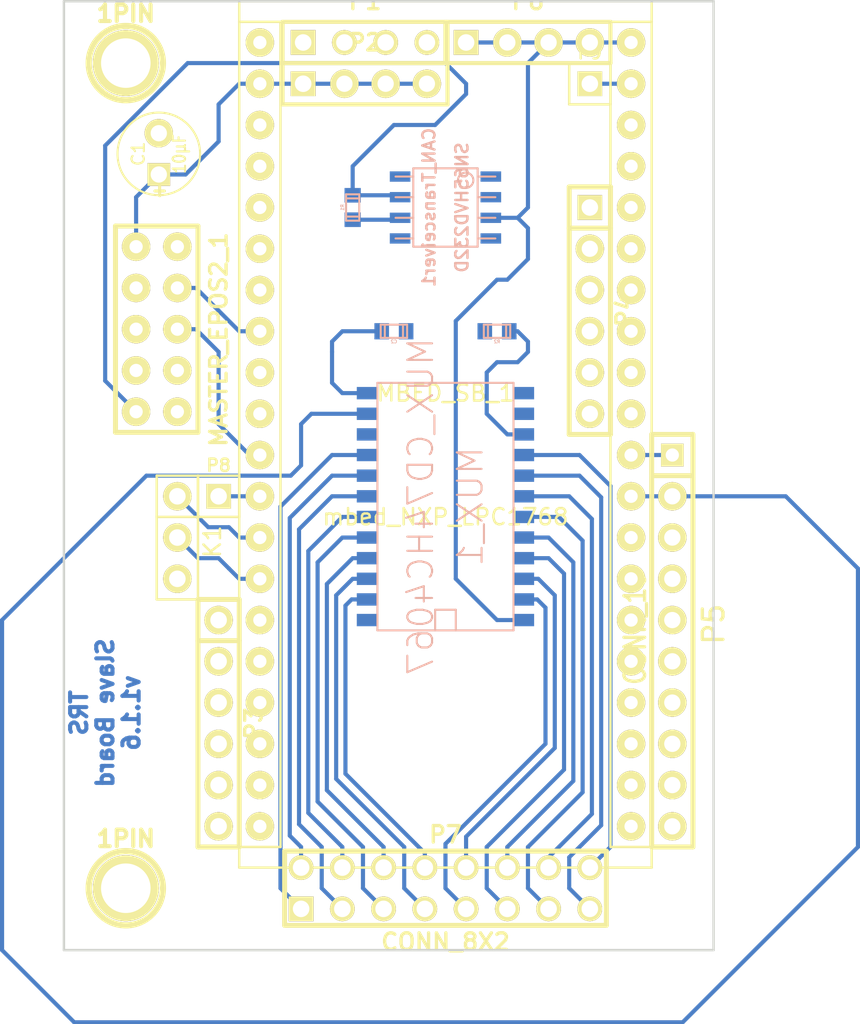
<source format=kicad_pcb>
(kicad_pcb (version 3) (host pcbnew "(2013-jul-07)-stable")

  (general
    (links 85)
    (no_connects 43)
    (area 80.518 102.6414 133.477001 166.497001)
    (thickness 1.6)
    (drawings 5)
    (tracks 179)
    (zones 0)
    (modules 20)
    (nets 56)
  )

  (page A4 portrait)
  (title_block 
    (title "Slave Board")
    (rev 1.1.6)
    (company "The Robot Studio")
  )

  (layers
    (15 F.Cu signal hide)
    (0 B.Cu signal)
    (16 B.Adhes user hide)
    (17 F.Adhes user hide)
    (18 B.Paste user hide)
    (19 F.Paste user hide)
    (20 B.SilkS user)
    (21 F.SilkS user hide)
    (22 B.Mask user hide)
    (23 F.Mask user)
    (24 Dwgs.User user hide)
    (25 Cmts.User user hide)
    (26 Eco1.User user hide)
    (27 Eco2.User user hide)
    (28 Edge.Cuts user)
  )

  (setup
    (last_trace_width 0.254)
    (trace_clearance 0.254)
    (zone_clearance 0.254)
    (zone_45_only no)
    (trace_min 0.254)
    (segment_width 0.2)
    (edge_width 0.15)
    (via_size 0.889)
    (via_drill 0.635)
    (via_min_size 0.889)
    (via_min_drill 0.508)
    (uvia_size 0.508)
    (uvia_drill 0.127)
    (uvias_allowed no)
    (uvia_min_size 0.508)
    (uvia_min_drill 0.127)
    (pcb_text_width 0.3)
    (pcb_text_size 1 1)
    (mod_edge_width 0.15)
    (mod_text_size 1 1)
    (mod_text_width 0.15)
    (pad_size 1.75 1.75)
    (pad_drill 0.8128)
    (pad_to_mask_clearance 0)
    (aux_axis_origin 0 0)
    (visible_elements FFFFFFBF)
    (pcbplotparams
      (layerselection 272629761)
      (usegerberextensions false)
      (excludeedgelayer true)
      (linewidth 0.150000)
      (plotframeref false)
      (viasonmask false)
      (mode 1)
      (useauxorigin false)
      (hpglpennumber 1)
      (hpglpenspeed 20)
      (hpglpendiameter 15)
      (hpglpenoverlay 2)
      (psnegative false)
      (psa4output false)
      (plotreference true)
      (plotvalue true)
      (plotothertext true)
      (plotinvisibletext false)
      (padsonsilk false)
      (subtractmaskfromsilk false)
      (outputformat 1)
      (mirror false)
      (drillshape 0)
      (scaleselection 1)
      (outputdirectory ""))
  )

  (net 0 "")
  (net 1 GND)
  (net 2 N-000001)
  (net 3 N-0000010)
  (net 4 N-0000011)
  (net 5 N-0000012)
  (net 6 N-0000013)
  (net 7 N-0000014)
  (net 8 N-0000015)
  (net 9 N-0000016)
  (net 10 N-0000017)
  (net 11 N-0000018)
  (net 12 N-0000019)
  (net 13 N-000002)
  (net 14 N-0000020)
  (net 15 N-0000021)
  (net 16 N-0000022)
  (net 17 N-0000023)
  (net 18 N-0000024)
  (net 19 N-0000025)
  (net 20 N-0000026)
  (net 21 N-0000027)
  (net 22 N-0000028)
  (net 23 N-0000029)
  (net 24 N-000003)
  (net 25 N-0000030)
  (net 26 N-0000032)
  (net 27 N-0000033)
  (net 28 N-0000034)
  (net 29 N-0000035)
  (net 30 N-0000036)
  (net 31 N-0000037)
  (net 32 N-0000038)
  (net 33 N-0000039)
  (net 34 N-000004)
  (net 35 N-0000040)
  (net 36 N-0000041)
  (net 37 N-0000042)
  (net 38 N-0000043)
  (net 39 N-0000044)
  (net 40 N-0000045)
  (net 41 N-0000046)
  (net 42 N-0000047)
  (net 43 N-0000048)
  (net 44 N-0000049)
  (net 45 N-000005)
  (net 46 N-0000052)
  (net 47 N-0000056)
  (net 48 N-0000057)
  (net 49 N-0000058)
  (net 50 N-0000059)
  (net 51 N-000006)
  (net 52 N-0000060)
  (net 53 N-000007)
  (net 54 N-000008)
  (net 55 N-000009)

  (net_class Default "This is the default net class."
    (clearance 0.254)
    (trace_width 0.254)
    (via_dia 0.889)
    (via_drill 0.635)
    (uvia_dia 0.508)
    (uvia_drill 0.127)
    (add_net "")
    (add_net GND)
    (add_net N-000001)
    (add_net N-0000010)
    (add_net N-0000011)
    (add_net N-0000012)
    (add_net N-0000013)
    (add_net N-0000014)
    (add_net N-0000015)
    (add_net N-0000016)
    (add_net N-0000017)
    (add_net N-0000018)
    (add_net N-0000019)
    (add_net N-000002)
    (add_net N-0000020)
    (add_net N-0000021)
    (add_net N-0000022)
    (add_net N-0000023)
    (add_net N-0000024)
    (add_net N-0000025)
    (add_net N-0000026)
    (add_net N-0000027)
    (add_net N-0000028)
    (add_net N-0000029)
    (add_net N-000003)
    (add_net N-0000030)
    (add_net N-0000032)
    (add_net N-0000033)
    (add_net N-0000034)
    (add_net N-0000035)
    (add_net N-0000036)
    (add_net N-0000037)
    (add_net N-0000038)
    (add_net N-0000039)
    (add_net N-000004)
    (add_net N-0000040)
    (add_net N-0000041)
    (add_net N-0000042)
    (add_net N-0000043)
    (add_net N-0000044)
    (add_net N-0000045)
    (add_net N-0000046)
    (add_net N-0000047)
    (add_net N-0000048)
    (add_net N-0000049)
    (add_net N-000005)
    (add_net N-0000052)
    (add_net N-0000056)
    (add_net N-0000057)
    (add_net N-0000058)
    (add_net N-0000059)
    (add_net N-000006)
    (add_net N-0000060)
    (add_net N-000007)
    (add_net N-000008)
    (add_net N-000009)
  )

  (module so-8 (layer B.Cu) (tedit 48A6C16E) (tstamp 554CC945)
    (at 107.95 116.205 270)
    (descr SO-8)
    (path /54D0E342)
    (fp_text reference CAN_Transceiver1 (at 0 1.016 270) (layer B.SilkS)
      (effects (font (size 0.7493 0.7493) (thickness 0.14986)) (justify mirror))
    )
    (fp_text value SN65HVD232D (at 0 -1.016 270) (layer B.SilkS)
      (effects (font (size 0.7493 0.7493) (thickness 0.14986)) (justify mirror))
    )
    (fp_line (start -2.413 1.9812) (end -2.413 -1.9812) (layer B.SilkS) (width 0.127))
    (fp_line (start -2.413 -1.9812) (end 2.413 -1.9812) (layer B.SilkS) (width 0.127))
    (fp_line (start 2.413 -1.9812) (end 2.413 1.9812) (layer B.SilkS) (width 0.127))
    (fp_line (start 2.413 1.9812) (end -2.413 1.9812) (layer B.SilkS) (width 0.127))
    (fp_line (start -1.905 1.9812) (end -1.905 3.0734) (layer B.SilkS) (width 0.127))
    (fp_line (start -0.635 1.9812) (end -0.635 3.0734) (layer B.SilkS) (width 0.127))
    (fp_line (start 0.635 1.9812) (end 0.635 3.0734) (layer B.SilkS) (width 0.127))
    (fp_line (start 1.905 3.0734) (end 1.905 1.9812) (layer B.SilkS) (width 0.127))
    (fp_line (start 1.905 -1.9812) (end 1.905 -3.0734) (layer B.SilkS) (width 0.127))
    (fp_line (start 0.635 -3.0734) (end 0.635 -1.9812) (layer B.SilkS) (width 0.127))
    (fp_line (start -0.635 -3.0734) (end -0.635 -1.9812) (layer B.SilkS) (width 0.127))
    (fp_line (start -1.905 -3.0734) (end -1.905 -1.9812) (layer B.SilkS) (width 0.127))
    (fp_circle (center -1.6764 -1.2446) (end -1.9558 -1.6256) (layer B.SilkS) (width 0.127))
    (pad 1 smd rect (at -1.905 -2.794 270) (size 0.635 1.27)
      (layers B.Cu B.Paste B.Mask)
      (net 40 N-0000045)
    )
    (pad 2 smd rect (at -0.635 -2.794 270) (size 0.635 1.27)
      (layers B.Cu B.Paste B.Mask)
      (net 1 GND)
    )
    (pad 3 smd rect (at 0.635 -2.794 270) (size 0.635 1.27)
      (layers B.Cu B.Paste B.Mask)
      (net 49 N-0000058)
    )
    (pad 4 smd rect (at 1.905 -2.794 270) (size 0.635 1.27)
      (layers B.Cu B.Paste B.Mask)
      (net 41 N-0000046)
    )
    (pad 5 smd rect (at 1.905 2.794 270) (size 0.635 1.27)
      (layers B.Cu B.Paste B.Mask)
    )
    (pad 6 smd rect (at 0.635 2.794 270) (size 0.635 1.27)
      (layers B.Cu B.Paste B.Mask)
      (net 46 N-0000052)
    )
    (pad 7 smd rect (at -0.635 2.794 270) (size 0.635 1.27)
      (layers B.Cu B.Paste B.Mask)
      (net 48 N-0000057)
    )
    (pad 8 smd rect (at -1.905 2.794 270) (size 0.635 1.27)
      (layers B.Cu B.Paste B.Mask)
      (net 1 GND)
    )
    (model smd/smd_dil/so-8.wrl
      (at (xyz 0 0 0))
      (scale (xyz 1 1 1))
      (rotate (xyz 0 0 0))
    )
  )

  (module PIN_ARRAY_5x2 (layer F.Cu) (tedit 555EF629) (tstamp 554CC965)
    (at 90.17 123.698 270)
    (descr "Double rangee de contacts 2 x 5 pins")
    (tags CONN)
    (path /54D0EC4B)
    (fp_text reference MASTER_EPOS2_1 (at 0.635 -3.81 270) (layer F.SilkS)
      (effects (font (size 1.016 1.016) (thickness 0.2032)))
    )
    (fp_text value Headers_CONN (at 0 -3.81 270) (layer F.SilkS) hide
      (effects (font (size 1.016 1.016) (thickness 0.2032)))
    )
    (fp_line (start -6.35 -2.54) (end 6.35 -2.54) (layer F.SilkS) (width 0.3048))
    (fp_line (start 6.35 -2.54) (end 6.35 2.54) (layer F.SilkS) (width 0.3048))
    (fp_line (start 6.35 2.54) (end -6.35 2.54) (layer F.SilkS) (width 0.3048))
    (fp_line (start -6.35 2.54) (end -6.35 -2.54) (layer F.SilkS) (width 0.3048))
    (pad 1 thru_hole circle (at -5.08 1.27 270) (size 1.75 1.75) (drill 0.8128)
      (layers *.Cu *.Mask F.SilkS)
      (net 52 N-0000060)
    )
    (pad 2 thru_hole circle (at -5.08 -1.27 270) (size 1.75 1.75) (drill 0.8128)
      (layers *.Cu *.Mask F.SilkS)
      (net 1 GND)
    )
    (pad 3 thru_hole circle (at -2.54 1.27 270) (size 1.75 1.75) (drill 0.8128)
      (layers *.Cu *.Mask F.SilkS)
      (net 50 N-0000059)
    )
    (pad 4 thru_hole circle (at -2.54 -1.27 270) (size 1.75 1.75) (drill 0.8128)
      (layers *.Cu *.Mask F.SilkS)
      (net 42 N-0000047)
    )
    (pad 5 thru_hole circle (at 0 1.27 270) (size 1.75 1.75) (drill 0.8128)
      (layers *.Cu *.Mask F.SilkS)
      (net 44 N-0000049)
    )
    (pad 6 thru_hole circle (at 0 -1.27 270) (size 1.75 1.75) (drill 0.8128)
      (layers *.Cu *.Mask F.SilkS)
      (net 47 N-0000056)
    )
    (pad 7 thru_hole circle (at 2.54 1.27 270) (size 1.75 1.75) (drill 0.8128)
      (layers *.Cu *.Mask F.SilkS)
      (net 43 N-0000048)
    )
    (pad 8 thru_hole circle (at 2.54 -1.27 270) (size 1.75 1.75) (drill 0.8128)
      (layers *.Cu *.Mask F.SilkS)
      (net 1 GND)
    )
    (pad 9 thru_hole circle (at 5.08 1.27 270) (size 1.75 1.75) (drill 0.8128)
      (layers *.Cu *.Mask F.SilkS)
      (net 48 N-0000057)
    )
    (pad 10 thru_hole circle (at 5.08 -1.27 270) (size 1.75 1.75) (drill 0.8128)
      (layers *.Cu *.Mask F.SilkS)
      (net 46 N-0000052)
    )
    (model pin_array/pins_array_5x2.wrl
      (at (xyz 0 0 0))
      (scale (xyz 1 1 1))
      (rotate (xyz 0 0 0))
    )
  )

  (module r_pack9 (layer F.Cu) (tedit 555CAA07) (tstamp 55505F77)
    (at 121.92 142.875 270)
    (descr "Connecteur 10 pins")
    (tags "CONN DEV")
    (path /554CEC8C)
    (fp_text reference P5 (at -1.016 -2.54 270) (layer F.SilkS)
      (effects (font (size 1.27 1.27) (thickness 0.2032)))
    )
    (fp_text value CONN_10 (at -0.762 2.286 270) (layer F.SilkS)
      (effects (font (size 1.27 1.016) (thickness 0.2032)))
    )
    (fp_line (start -12.7 1.27) (end -12.7 -1.27) (layer F.SilkS) (width 0.3048))
    (fp_line (start -12.7 -1.27) (end 12.7 -1.27) (layer F.SilkS) (width 0.3048))
    (fp_line (start 12.7 -1.27) (end 12.7 1.27) (layer F.SilkS) (width 0.3048))
    (fp_line (start 12.7 1.27) (end -12.7 1.27) (layer F.SilkS) (width 0.3048))
    (fp_line (start -10.16 1.27) (end -10.16 -1.27) (layer F.SilkS) (width 0.3048))
    (pad 1 thru_hole rect (at -11.43 0 270) (size 1.397 1.397) (drill 0.8128)
      (layers *.Cu *.Mask F.SilkS)
      (net 22 N-0000028)
    )
    (pad 2 thru_hole circle (at -8.89 0 270) (size 1.75 1.75) (drill 1)
      (layers *.Cu *.Mask F.SilkS)
      (net 21 N-0000027)
    )
    (pad 3 thru_hole circle (at -6.35 0 270) (size 1.75 1.75) (drill 1)
      (layers *.Cu *.Mask F.SilkS)
      (net 28 N-0000034)
    )
    (pad 4 thru_hole circle (at -3.81 0 270) (size 1.75 1.75) (drill 1)
      (layers *.Cu *.Mask F.SilkS)
      (net 27 N-0000033)
    )
    (pad 5 thru_hole circle (at -1.27 0 270) (size 1.75 1.75) (drill 1)
      (layers *.Cu *.Mask F.SilkS)
      (net 17 N-0000023)
    )
    (pad 6 thru_hole circle (at 1.27 0 270) (size 1.75 1.75) (drill 1)
      (layers *.Cu *.Mask F.SilkS)
      (net 16 N-0000022)
    )
    (pad 7 thru_hole circle (at 3.81 0 270) (size 1.75 1.75) (drill 1)
      (layers *.Cu *.Mask F.SilkS)
      (net 5 N-0000012)
    )
    (pad 8 thru_hole circle (at 6.35 0 270) (size 1.75 1.75) (drill 1)
      (layers *.Cu *.Mask F.SilkS)
      (net 15 N-0000021)
    )
    (pad 9 thru_hole circle (at 8.89 0 270) (size 1.75 1.75) (drill 1)
      (layers *.Cu *.Mask F.SilkS)
      (net 14 N-0000020)
    )
    (pad 10 thru_hole circle (at 11.43 0 270) (size 1.75 1.75) (drill 1)
      (layers *.Cu *.Mask F.SilkS)
      (net 12 N-0000019)
    )
    (model discret/r_pack9.wrl
      (at (xyz 0 0 0))
      (scale (xyz 1 1 1))
      (rotate (xyz 0 0 0))
    )
  )

  (module PIN_ARRAY_4x1 (layer F.Cu) (tedit 555D8FC8) (tstamp 55505F96)
    (at 113.03 106.045)
    (descr "Double rangee de contacts 2 x 5 pins")
    (tags CONN)
    (path /554CF3DF)
    (fp_text reference P6 (at 0 -2.54) (layer F.SilkS)
      (effects (font (size 1.016 1.016) (thickness 0.2032)))
    )
    (fp_text value CONN_4 (at 0 2.54) (layer F.SilkS) hide
      (effects (font (size 1.016 1.016) (thickness 0.2032)))
    )
    (fp_line (start 5.08 1.27) (end -5.08 1.27) (layer F.SilkS) (width 0.254))
    (fp_line (start 5.08 -1.27) (end -5.08 -1.27) (layer F.SilkS) (width 0.254))
    (fp_line (start -5.08 -1.27) (end -5.08 1.27) (layer F.SilkS) (width 0.254))
    (fp_line (start 5.08 1.27) (end 5.08 -1.27) (layer F.SilkS) (width 0.254))
    (pad 1 thru_hole rect (at -3.81 0) (size 1.524 1.524) (drill 1.016)
      (layers *.Cu *.Mask F.SilkS)
      (net 49 N-0000058)
    )
    (pad 2 thru_hole circle (at -1.27 0) (size 1.75 1.75) (drill 1)
      (layers *.Cu *.Mask F.SilkS)
      (net 49 N-0000058)
    )
    (pad 3 thru_hole circle (at 1.27 0) (size 1.75 1.75) (drill 1)
      (layers *.Cu *.Mask F.SilkS)
      (net 49 N-0000058)
    )
    (pad 4 thru_hole circle (at 3.81 0) (size 1.75 1.75) (drill 1)
      (layers *.Cu *.Mask F.SilkS)
      (net 49 N-0000058)
    )
    (model pin_array\pins_array_4x1.wrl
      (at (xyz 0 0 0))
      (scale (xyz 1 1 1))
      (rotate (xyz 0 0 0))
    )
  )

  (module PIN_ARRAY_4x1 (layer F.Cu) (tedit 555D8FAB) (tstamp 55505FA2)
    (at 102.997 108.585)
    (descr "Double rangee de contacts 2 x 5 pins")
    (tags CONN)
    (path /554CFAF6)
    (fp_text reference P2 (at 0 -2.54) (layer F.SilkS)
      (effects (font (size 1.016 1.016) (thickness 0.2032)))
    )
    (fp_text value CONN_4 (at 0 2.54) (layer F.SilkS) hide
      (effects (font (size 1.016 1.016) (thickness 0.2032)))
    )
    (fp_line (start 5.08 1.27) (end -5.08 1.27) (layer F.SilkS) (width 0.254))
    (fp_line (start 5.08 -1.27) (end -5.08 -1.27) (layer F.SilkS) (width 0.254))
    (fp_line (start -5.08 -1.27) (end -5.08 1.27) (layer F.SilkS) (width 0.254))
    (fp_line (start 5.08 1.27) (end 5.08 -1.27) (layer F.SilkS) (width 0.254))
    (pad 1 thru_hole rect (at -3.81 0) (size 1.524 1.524) (drill 1.016)
      (layers *.Cu *.Mask F.SilkS)
      (net 52 N-0000060)
    )
    (pad 2 thru_hole circle (at -1.27 0) (size 1.75 1.75) (drill 1)
      (layers *.Cu *.Mask F.SilkS)
      (net 52 N-0000060)
    )
    (pad 3 thru_hole circle (at 1.27 0) (size 1.75 1.75) (drill 1)
      (layers *.Cu *.Mask F.SilkS)
      (net 52 N-0000060)
    )
    (pad 4 thru_hole circle (at 3.81 0) (size 1.75 1.75) (drill 1)
      (layers *.Cu *.Mask F.SilkS)
      (net 52 N-0000060)
    )
    (model pin_array\pins_array_4x1.wrl
      (at (xyz 0 0 0))
      (scale (xyz 1 1 1))
      (rotate (xyz 0 0 0))
    )
  )

  (module PIN_ARRAY-6X1 (layer F.Cu) (tedit 555EF5CB) (tstamp 55505FB1)
    (at 93.98 147.955 270)
    (descr "Connecteur 6 pins")
    (tags "CONN DEV")
    (path /554CEC7D)
    (fp_text reference P3 (at 0 -2.159 270) (layer F.SilkS)
      (effects (font (size 1.016 1.016) (thickness 0.2032)))
    )
    (fp_text value CONN_6 (at 0 2.159 270) (layer F.SilkS) hide
      (effects (font (size 1.016 0.889) (thickness 0.2032)))
    )
    (fp_line (start -7.62 1.27) (end -7.62 -1.27) (layer F.SilkS) (width 0.3048))
    (fp_line (start -7.62 -1.27) (end 7.62 -1.27) (layer F.SilkS) (width 0.3048))
    (fp_line (start 7.62 -1.27) (end 7.62 1.27) (layer F.SilkS) (width 0.3048))
    (fp_line (start 7.62 1.27) (end -7.62 1.27) (layer F.SilkS) (width 0.3048))
    (fp_line (start -5.08 1.27) (end -5.08 -1.27) (layer F.SilkS) (width 0.3048))
    (pad 1 thru_hole circle (at -6.35 0 270) (size 1.75 1.75) (drill 1.016)
      (layers *.Cu *.Mask F.SilkS)
      (net 38 N-0000043)
    )
    (pad 2 thru_hole circle (at -3.81 0 270) (size 1.75 1.75) (drill 1.016)
      (layers *.Cu *.Mask F.SilkS)
      (net 35 N-0000040)
    )
    (pad 3 thru_hole circle (at -1.27 0 270) (size 1.75 1.75) (drill 1.016)
      (layers *.Cu *.Mask F.SilkS)
      (net 33 N-0000039)
    )
    (pad 4 thru_hole circle (at 1.27 0 270) (size 1.75 1.75) (drill 1.016)
      (layers *.Cu *.Mask F.SilkS)
      (net 32 N-0000038)
    )
    (pad 5 thru_hole circle (at 3.81 0 270) (size 1.75 1.75) (drill 1.016)
      (layers *.Cu *.Mask F.SilkS)
      (net 31 N-0000037)
    )
    (pad 6 thru_hole circle (at 6.35 0 270) (size 1.75 1.75) (drill 1.016)
      (layers *.Cu *.Mask F.SilkS)
      (net 30 N-0000036)
    )
    (model pin_array/pins_array_6x1.wrl
      (at (xyz 0 0 0))
      (scale (xyz 1 1 1))
      (rotate (xyz 0 0 0))
    )
  )

  (module PIN_ARRAY-6X1 (layer F.Cu) (tedit 555CA9CB) (tstamp 55505FC0)
    (at 116.84 122.555 270)
    (descr "Connecteur 6 pins")
    (tags "CONN DEV")
    (path /554CF15D)
    (fp_text reference P4 (at 0 -2.159 270) (layer F.SilkS)
      (effects (font (size 1.016 1.016) (thickness 0.2032)))
    )
    (fp_text value CONN_6 (at 0 2.159 270) (layer F.SilkS) hide
      (effects (font (size 1.016 0.889) (thickness 0.2032)))
    )
    (fp_line (start -7.62 1.27) (end -7.62 -1.27) (layer F.SilkS) (width 0.3048))
    (fp_line (start -7.62 -1.27) (end 7.62 -1.27) (layer F.SilkS) (width 0.3048))
    (fp_line (start 7.62 -1.27) (end 7.62 1.27) (layer F.SilkS) (width 0.3048))
    (fp_line (start 7.62 1.27) (end -7.62 1.27) (layer F.SilkS) (width 0.3048))
    (fp_line (start -5.08 1.27) (end -5.08 -1.27) (layer F.SilkS) (width 0.3048))
    (pad 1 thru_hole rect (at -6.35 0 270) (size 1.524 1.524) (drill 1.016)
      (layers *.Cu *.Mask F.SilkS)
      (net 6 N-0000013)
    )
    (pad 2 thru_hole circle (at -3.81 0 270) (size 1.75 1.75) (drill 1)
      (layers *.Cu *.Mask F.SilkS)
      (net 7 N-0000014)
    )
    (pad 3 thru_hole circle (at -1.27 0 270) (size 1.75 1.75) (drill 1)
      (layers *.Cu *.Mask F.SilkS)
      (net 8 N-0000015)
    )
    (pad 4 thru_hole circle (at 1.27 0 270) (size 1.75 1.75) (drill 1)
      (layers *.Cu *.Mask F.SilkS)
      (net 9 N-0000016)
    )
    (pad 5 thru_hole circle (at 3.81 0 270) (size 1.75 1.75) (drill 1)
      (layers *.Cu *.Mask F.SilkS)
      (net 10 N-0000017)
    )
    (pad 6 thru_hole circle (at 6.35 0 270) (size 1.75 1.75) (drill 1)
      (layers *.Cu *.Mask F.SilkS)
      (net 11 N-0000018)
    )
    (model pin_array/pins_array_6x1.wrl
      (at (xyz 0 0 0))
      (scale (xyz 1 1 1))
      (rotate (xyz 0 0 0))
    )
  )

  (module 1pin (layer F.Cu) (tedit 200000) (tstamp 5550A333)
    (at 88.265 107.315)
    (descr "module 1 pin (ou trou mecanique de percage)")
    (tags DEV)
    (path 1pin)
    (fp_text reference 1PIN (at 0 -3.048) (layer F.SilkS)
      (effects (font (size 1.016 1.016) (thickness 0.254)))
    )
    (fp_text value P*** (at 0 2.794) (layer F.SilkS) hide
      (effects (font (size 1.016 1.016) (thickness 0.254)))
    )
    (fp_circle (center 0 0) (end 0 -2.286) (layer F.SilkS) (width 0.381))
    (pad 1 thru_hole circle (at 0 0) (size 4.064 4.064) (drill 3.048)
      (layers *.Cu *.Mask F.SilkS)
    )
  )

  (module 1pin (layer F.Cu) (tedit 200000) (tstamp 5550A340)
    (at 88.265 158.115)
    (descr "module 1 pin (ou trou mecanique de percage)")
    (tags DEV)
    (path 1pin)
    (fp_text reference 1PIN (at 0 -3.048) (layer F.SilkS)
      (effects (font (size 1.016 1.016) (thickness 0.254)))
    )
    (fp_text value P*** (at 0 2.794) (layer F.SilkS) hide
      (effects (font (size 1.016 1.016) (thickness 0.254)))
    )
    (fp_circle (center 0 0) (end 0 -2.286) (layer F.SilkS) (width 0.381))
    (pad 1 thru_hole circle (at 0 0) (size 4.064 4.064) (drill 3.048)
      (layers *.Cu *.Mask F.SilkS)
    )
  )

  (module Mbed (layer F.Cu) (tedit 555EF8B3) (tstamp 555CB33B)
    (at 106.68 131.445)
    (path /54D0E21B)
    (fp_text reference MBED_SB_1 (at 1.27 -3.81) (layer F.SilkS)
      (effects (font (size 1 1) (thickness 0.15)))
    )
    (fp_text value mbed_NXP_LPC1768 (at 1.27 3.81) (layer F.SilkS)
      (effects (font (size 1 1) (thickness 0.15)))
    )
    (fp_line (start -11.43 24.13) (end -11.43 25.4) (layer F.SilkS) (width 0.15))
    (fp_line (start -11.43 25.4) (end 13.97 25.4) (layer F.SilkS) (width 0.15))
    (fp_line (start 13.97 25.4) (end 13.97 24.13) (layer F.SilkS) (width 0.15))
    (fp_line (start -11.43 -27.94) (end -11.43 -26.67) (layer F.SilkS) (width 0.15))
    (fp_line (start -11.43 -27.94) (end 13.97 -27.94) (layer F.SilkS) (width 0.15))
    (fp_line (start 13.97 -27.94) (end 13.97 -26.67) (layer F.SilkS) (width 0.15))
    (fp_line (start 11.43 -26.67) (end 13.97 -26.67) (layer F.SilkS) (width 0.15))
    (fp_line (start 13.97 -26.67) (end 13.97 24.13) (layer F.SilkS) (width 0.15))
    (fp_line (start 13.97 24.13) (end 11.43 24.13) (layer F.SilkS) (width 0.15))
    (fp_line (start 11.43 24.13) (end 11.43 -26.67) (layer F.SilkS) (width 0.15))
    (fp_line (start -11.43 -26.67) (end -8.89 -26.67) (layer F.SilkS) (width 0.15))
    (fp_line (start -8.89 -26.67) (end -8.89 24.13) (layer F.SilkS) (width 0.15))
    (fp_line (start -8.89 24.13) (end -11.43 24.13) (layer F.SilkS) (width 0.15))
    (fp_line (start -11.43 24.13) (end -11.43 -26.67) (layer F.SilkS) (width 0.15))
    (pad 1 thru_hole circle (at -10.16 -25.4) (size 1.75 1.75) (drill 0.8128)
      (layers *.Cu *.Mask F.SilkS)
      (net 1 GND)
    )
    (pad 2 thru_hole circle (at -10.16 -22.86) (size 1.75 1.75) (drill 0.8128)
      (layers *.Cu *.Mask F.SilkS)
      (net 52 N-0000060)
    )
    (pad 3 thru_hole circle (at -10.16 -20.32) (size 1.75 1.75) (drill 0.8128)
      (layers *.Cu *.Mask F.SilkS)
    )
    (pad 4 thru_hole circle (at -10.16 -17.78) (size 1.75 1.75) (drill 0.8128)
      (layers *.Cu *.Mask F.SilkS)
    )
    (pad 5 thru_hole circle (at -10.16 -15.24) (size 1.75 1.75) (drill 0.8128)
      (layers *.Cu *.Mask F.SilkS)
      (net 50 N-0000059)
    )
    (pad 6 thru_hole circle (at -10.16 -12.7) (size 1.75 1.75) (drill 0.8128)
      (layers *.Cu *.Mask F.SilkS)
      (net 44 N-0000049)
    )
    (pad 7 thru_hole circle (at -10.16 -10.16) (size 1.75 1.75) (drill 0.8128)
      (layers *.Cu *.Mask F.SilkS)
      (net 43 N-0000048)
    )
    (pad 8 thru_hole circle (at -10.16 -7.62) (size 1.75 1.75) (drill 0.8128)
      (layers *.Cu *.Mask F.SilkS)
      (net 42 N-0000047)
    )
    (pad 9 thru_hole circle (at -10.16 -5.08) (size 1.75 1.75) (drill 0.8128)
      (layers *.Cu *.Mask F.SilkS)
      (net 41 N-0000046)
    )
    (pad 10 thru_hole circle (at -10.16 -2.54) (size 1.75 1.75) (drill 0.8128)
      (layers *.Cu *.Mask F.SilkS)
      (net 40 N-0000045)
    )
    (pad 11 thru_hole circle (at -10.16 0) (size 1.75 1.75) (drill 0.8128)
      (layers *.Cu *.Mask F.SilkS)
      (net 47 N-0000056)
    )
    (pad 12 thru_hole circle (at -10.16 2.54) (size 1.75 1.75) (drill 0.8128)
      (layers *.Cu *.Mask F.SilkS)
      (net 20 N-0000026)
    )
    (pad 13 thru_hole circle (at -10.16 5.08) (size 1.75 1.75) (drill 0.8128)
      (layers *.Cu *.Mask F.SilkS)
      (net 25 N-0000030)
    )
    (pad 14 thru_hole circle (at -10.16 7.62) (size 1.75 1.75) (drill 0.8128)
      (layers *.Cu *.Mask F.SilkS)
      (net 23 N-0000029)
    )
    (pad 15 thru_hole circle (at -10.16 10.16) (size 1.75 1.75) (drill 0.8128)
      (layers *.Cu *.Mask F.SilkS)
      (net 38 N-0000043)
    )
    (pad 16 thru_hole circle (at -10.16 12.7) (size 1.75 1.75) (drill 0.8128)
      (layers *.Cu *.Mask F.SilkS)
      (net 35 N-0000040)
    )
    (pad 17 thru_hole circle (at -10.16 15.24) (size 1.75 1.75) (drill 0.8128)
      (layers *.Cu *.Mask F.SilkS)
      (net 33 N-0000039)
    )
    (pad 18 thru_hole circle (at -10.16 17.78) (size 1.75 1.75) (drill 0.8128)
      (layers *.Cu *.Mask F.SilkS)
      (net 32 N-0000038)
    )
    (pad 19 thru_hole circle (at -10.16 20.32) (size 1.75 1.75) (drill 0.8128)
      (layers *.Cu *.Mask F.SilkS)
      (net 31 N-0000037)
    )
    (pad 20 thru_hole circle (at -10.16 22.86) (size 1.75 1.75) (drill 0.8128)
      (layers *.Cu *.Mask F.SilkS)
      (net 30 N-0000036)
    )
    (pad 21 thru_hole circle (at 12.7 22.86) (size 1.75 1.75) (drill 0.8128)
      (layers *.Cu *.Mask F.SilkS)
      (net 12 N-0000019)
    )
    (pad 22 thru_hole circle (at 12.7 20.32) (size 1.75 1.75) (drill 0.8128)
      (layers *.Cu *.Mask F.SilkS)
      (net 14 N-0000020)
    )
    (pad 23 thru_hole circle (at 12.7 17.78) (size 1.75 1.75) (drill 0.8128)
      (layers *.Cu *.Mask F.SilkS)
      (net 15 N-0000021)
    )
    (pad 24 thru_hole circle (at 12.7 15.24) (size 1.75 1.75) (drill 0.8128)
      (layers *.Cu *.Mask F.SilkS)
      (net 5 N-0000012)
    )
    (pad 25 thru_hole circle (at 12.7 12.7) (size 1.75 1.75) (drill 0.8128)
      (layers *.Cu *.Mask F.SilkS)
      (net 16 N-0000022)
    )
    (pad 26 thru_hole circle (at 12.7 10.16) (size 1.75 1.75) (drill 0.8128)
      (layers *.Cu *.Mask F.SilkS)
      (net 17 N-0000023)
    )
    (pad 27 thru_hole circle (at 12.7 7.62) (size 1.75 1.75) (drill 0.8128)
      (layers *.Cu *.Mask F.SilkS)
      (net 27 N-0000033)
    )
    (pad 28 thru_hole circle (at 12.7 5.08) (size 1.75 1.75) (drill 0.8128)
      (layers *.Cu *.Mask F.SilkS)
      (net 28 N-0000034)
    )
    (pad 29 thru_hole circle (at 12.7 2.54) (size 1.75 1.75) (drill 0.8128)
      (layers *.Cu *.Mask F.SilkS)
      (net 21 N-0000027)
    )
    (pad 30 thru_hole circle (at 12.7 0) (size 1.75 1.75) (drill 0.8128)
      (layers *.Cu *.Mask F.SilkS)
      (net 22 N-0000028)
    )
    (pad 31 thru_hole circle (at 12.7 -2.54) (size 1.75 1.75) (drill 0.8128)
      (layers *.Cu *.Mask F.SilkS)
      (net 11 N-0000018)
    )
    (pad 32 thru_hole circle (at 12.7 -5.08) (size 1.75 1.75) (drill 0.8128)
      (layers *.Cu *.Mask F.SilkS)
      (net 10 N-0000017)
    )
    (pad 33 thru_hole circle (at 12.7 -7.62) (size 1.75 1.75) (drill 0.8128)
      (layers *.Cu *.Mask F.SilkS)
      (net 9 N-0000016)
    )
    (pad 34 thru_hole circle (at 12.7 -10.16) (size 1.75 1.75) (drill 0.8128)
      (layers *.Cu *.Mask F.SilkS)
      (net 8 N-0000015)
    )
    (pad 35 thru_hole circle (at 12.7 -12.7) (size 1.75 1.75) (drill 0.8128)
      (layers *.Cu *.Mask F.SilkS)
      (net 7 N-0000014)
    )
    (pad 36 thru_hole circle (at 12.7 -15.24) (size 1.75 1.75) (drill 0.8128)
      (layers *.Cu *.Mask F.SilkS)
      (net 6 N-0000013)
    )
    (pad 37 thru_hole circle (at 12.7 -17.78) (size 1.75 1.75) (drill 0.8128)
      (layers *.Cu *.Mask F.SilkS)
    )
    (pad 38 thru_hole circle (at 12.7 -20.32) (size 1.75 1.75) (drill 0.8128)
      (layers *.Cu *.Mask F.SilkS)
    )
    (pad 39 thru_hole circle (at 12.7 -22.86) (size 1.75 1.75) (drill 0.8128)
      (layers *.Cu *.Mask F.SilkS)
      (net 39 N-0000044)
    )
    (pad 40 thru_hole circle (at 12.7 -25.4) (size 1.75 1.75) (drill 0.8128)
      (layers *.Cu *.Mask F.SilkS)
      (net 49 N-0000058)
    )
  )

  (module C1V5 (layer F.Cu) (tedit 555D8FB7) (tstamp 554CC9AE)
    (at 90.297 112.903 90)
    (descr "Condensateur e = 1 pas")
    (tags C)
    (path /54D3A629)
    (fp_text reference C1 (at 0 -1.26746 90) (layer F.SilkS)
      (effects (font (size 0.762 0.762) (thickness 0.127)))
    )
    (fp_text value 10µF (at 0 1.27 90) (layer F.SilkS)
      (effects (font (size 0.762 0.635) (thickness 0.127)))
    )
    (fp_text user + (at -2.286 0 90) (layer F.SilkS)
      (effects (font (size 0.762 0.762) (thickness 0.2032)))
    )
    (fp_circle (center 0 0) (end 0.127 -2.54) (layer F.SilkS) (width 0.127))
    (pad 1 thru_hole rect (at -1.27 0 90) (size 1.397 1.397) (drill 1)
      (layers *.Cu *.Mask F.SilkS)
      (net 52 N-0000060)
    )
    (pad 2 thru_hole circle (at 1.27 0 90) (size 1.75 1.75) (drill 1)
      (layers *.Cu *.Mask F.SilkS)
      (net 1 GND)
    )
    (model discret/c_vert_c1v5.wrl
      (at (xyz 0 0 0))
      (scale (xyz 1 1 1))
      (rotate (xyz 0 0 0))
    )
  )

  (module SOIC24-WIDE (layer B.Cu) (tedit 4289BFB8) (tstamp 555F044F)
    (at 107.95 134.62 90)
    (path /555EE033)
    (attr smd)
    (fp_text reference MUX_1 (at 0 1.524 90) (layer B.SilkS)
      (effects (font (size 1.524 1.524) (thickness 0.127)) (justify mirror))
    )
    (fp_text value MUX_CD74HC4067 (at 0 -1.524 90) (layer B.SilkS)
      (effects (font (size 1.524 1.524) (thickness 0.127)) (justify mirror))
    )
    (fp_line (start 7.62 4.191) (end -7.62 4.191) (layer B.SilkS) (width 0.127))
    (fp_line (start -7.62 4.191) (end -7.62 -4.191) (layer B.SilkS) (width 0.127))
    (fp_line (start -7.62 0.635) (end -6.35 0.635) (layer B.SilkS) (width 0.127))
    (fp_line (start -6.35 0.635) (end -6.35 -0.635) (layer B.SilkS) (width 0.127))
    (fp_line (start -6.35 -0.635) (end -7.62 -0.635) (layer B.SilkS) (width 0.127))
    (fp_line (start 7.62 -4.191) (end 7.62 4.191) (layer B.SilkS) (width 0.127))
    (fp_line (start -7.62 -4.191) (end 7.62 -4.191) (layer B.SilkS) (width 0.127))
    (pad 1 smd rect (at -6.985 -4.826 90) (size 0.762 1.27)
      (layers B.Cu B.Paste B.Mask)
      (net 38 N-0000043)
    )
    (pad 2 smd rect (at -5.715 -4.826 90) (size 0.762 1.27)
      (layers B.Cu B.Paste B.Mask)
      (net 13 N-000002)
    )
    (pad 3 smd rect (at -4.445 -4.826 90) (size 0.762 1.27)
      (layers B.Cu B.Paste B.Mask)
      (net 24 N-000003)
    )
    (pad 4 smd rect (at -3.175 -4.826 90) (size 0.762 1.27)
      (layers B.Cu B.Paste B.Mask)
      (net 2 N-000001)
    )
    (pad 5 smd rect (at -1.905 -4.826 90) (size 0.762 1.27)
      (layers B.Cu B.Paste B.Mask)
      (net 34 N-000004)
    )
    (pad 6 smd rect (at -0.635 -4.826 90) (size 0.762 1.27)
      (layers B.Cu B.Paste B.Mask)
      (net 45 N-000005)
    )
    (pad 7 smd rect (at 0.635 -4.826 90) (size 0.762 1.27)
      (layers B.Cu B.Paste B.Mask)
      (net 51 N-000006)
    )
    (pad 8 smd rect (at 1.905 -4.826 90) (size 0.762 1.27)
      (layers B.Cu B.Paste B.Mask)
      (net 18 N-0000024)
    )
    (pad 9 smd rect (at 3.175 -4.826 90) (size 0.762 1.27)
      (layers B.Cu B.Paste B.Mask)
      (net 19 N-0000025)
    )
    (pad 10 smd rect (at 4.445 -4.826 90) (size 0.762 1.27)
      (layers B.Cu B.Paste B.Mask)
      (net 22 N-0000028)
    )
    (pad 11 smd rect (at 5.715 -4.826 90) (size 0.762 1.27)
      (layers B.Cu B.Paste B.Mask)
      (net 21 N-0000027)
    )
    (pad 12 smd rect (at 6.985 -4.826 90) (size 0.762 1.27)
      (layers B.Cu B.Paste B.Mask)
      (net 1 GND)
    )
    (pad 24 smd rect (at -6.985 4.826 90) (size 0.762 1.27)
      (layers B.Cu B.Paste B.Mask)
      (net 49 N-0000058)
    )
    (pad 23 smd rect (at -5.715 4.826 90) (size 0.762 1.27)
      (layers B.Cu B.Paste B.Mask)
      (net 4 N-0000011)
    )
    (pad 22 smd rect (at -4.445 4.826 90) (size 0.762 1.27)
      (layers B.Cu B.Paste B.Mask)
      (net 53 N-000007)
    )
    (pad 21 smd rect (at -3.175 4.826 90) (size 0.762 1.27)
      (layers B.Cu B.Paste B.Mask)
      (net 3 N-0000010)
    )
    (pad 20 smd rect (at -1.905 4.826 90) (size 0.762 1.27)
      (layers B.Cu B.Paste B.Mask)
      (net 55 N-000009)
    )
    (pad 19 smd rect (at -0.635 4.826 90) (size 0.762 1.27)
      (layers B.Cu B.Paste B.Mask)
      (net 54 N-000008)
    )
    (pad 18 smd rect (at 0.635 4.826 90) (size 0.762 1.27)
      (layers B.Cu B.Paste B.Mask)
      (net 37 N-0000042)
    )
    (pad 17 smd rect (at 1.905 4.826 90) (size 0.762 1.27)
      (layers B.Cu B.Paste B.Mask)
      (net 36 N-0000041)
    )
    (pad 16 smd rect (at 3.175 4.826 90) (size 0.762 1.27)
      (layers B.Cu B.Paste B.Mask)
      (net 29 N-0000035)
    )
    (pad 15 smd rect (at 4.445 4.826 90) (size 0.762 1.27)
      (layers B.Cu B.Paste B.Mask)
      (net 26 N-0000032)
    )
    (pad 14 smd rect (at 5.715 4.826 90) (size 0.762 1.27)
      (layers B.Cu B.Paste B.Mask)
      (net 28 N-0000034)
    )
    (pad 13 smd rect (at 6.985 4.826 90) (size 0.762 1.27)
      (layers B.Cu B.Paste B.Mask)
      (net 27 N-0000033)
    )
    (model smd/cms_soj24.wrl
      (at (xyz 0 0 0))
      (scale (xyz 0.5 0.6 0.5))
      (rotate (xyz 0 0 0))
    )
  )

  (module pin_array_8x2 (layer F.Cu) (tedit 3FB38B89) (tstamp 555EF0FB)
    (at 107.95 158.115)
    (descr "Double rangee de contacts 2 x 8 pins")
    (tags CONN)
    (path /555EE042)
    (fp_text reference P7 (at 0 -3.302) (layer F.SilkS)
      (effects (font (size 1.016 1.016) (thickness 0.2032)))
    )
    (fp_text value CONN_8X2 (at 0 3.302) (layer F.SilkS)
      (effects (font (size 1.016 1.016) (thickness 0.2032)))
    )
    (fp_line (start -9.906 2.286) (end -9.906 -2.286) (layer F.SilkS) (width 0.3048))
    (fp_line (start -9.906 -2.286) (end 9.906 -2.286) (layer F.SilkS) (width 0.3048))
    (fp_line (start 9.906 -2.286) (end 9.906 2.286) (layer F.SilkS) (width 0.3048))
    (fp_line (start 9.906 2.286) (end -9.906 2.286) (layer F.SilkS) (width 0.3048))
    (pad 1 thru_hole rect (at -8.89 1.27) (size 1.524 1.524) (drill 1.016)
      (layers *.Cu *.Mask F.SilkS)
      (net 19 N-0000025)
    )
    (pad 2 thru_hole circle (at -8.89 -1.27) (size 1.524 1.524) (drill 1.016)
      (layers *.Cu *.Mask F.SilkS)
      (net 18 N-0000024)
    )
    (pad 3 thru_hole circle (at -6.35 1.27) (size 1.524 1.524) (drill 1.016)
      (layers *.Cu *.Mask F.SilkS)
      (net 51 N-000006)
    )
    (pad 4 thru_hole circle (at -6.35 -1.27) (size 1.524 1.524) (drill 1.016)
      (layers *.Cu *.Mask F.SilkS)
      (net 45 N-000005)
    )
    (pad 5 thru_hole circle (at -3.81 1.27) (size 1.524 1.524) (drill 1.016)
      (layers *.Cu *.Mask F.SilkS)
      (net 34 N-000004)
    )
    (pad 6 thru_hole circle (at -3.81 -1.27) (size 1.524 1.524) (drill 1.016)
      (layers *.Cu *.Mask F.SilkS)
      (net 2 N-000001)
    )
    (pad 7 thru_hole circle (at -1.27 1.27) (size 1.524 1.524) (drill 1.016)
      (layers *.Cu *.Mask F.SilkS)
      (net 24 N-000003)
    )
    (pad 8 thru_hole circle (at -1.27 -1.27) (size 1.524 1.524) (drill 1.016)
      (layers *.Cu *.Mask F.SilkS)
      (net 13 N-000002)
    )
    (pad 9 thru_hole circle (at 1.27 1.27) (size 1.524 1.524) (drill 1.016)
      (layers *.Cu *.Mask F.SilkS)
      (net 4 N-0000011)
    )
    (pad 10 thru_hole circle (at 1.27 -1.27) (size 1.524 1.524) (drill 1.016)
      (layers *.Cu *.Mask F.SilkS)
      (net 53 N-000007)
    )
    (pad 11 thru_hole circle (at 3.81 1.27) (size 1.524 1.524) (drill 1.016)
      (layers *.Cu *.Mask F.SilkS)
      (net 3 N-0000010)
    )
    (pad 12 thru_hole circle (at 3.81 -1.27) (size 1.524 1.524) (drill 1.016)
      (layers *.Cu *.Mask F.SilkS)
      (net 55 N-000009)
    )
    (pad 13 thru_hole circle (at 6.35 1.27) (size 1.524 1.524) (drill 1.016)
      (layers *.Cu *.Mask F.SilkS)
      (net 54 N-000008)
    )
    (pad 14 thru_hole circle (at 6.35 -1.27) (size 1.524 1.524) (drill 1.016)
      (layers *.Cu *.Mask F.SilkS)
      (net 37 N-0000042)
    )
    (pad 15 thru_hole circle (at 8.89 1.27) (size 1.524 1.524) (drill 1.016)
      (layers *.Cu *.Mask F.SilkS)
      (net 36 N-0000041)
    )
    (pad 16 thru_hole circle (at 8.89 -1.27) (size 1.524 1.524) (drill 1.016)
      (layers *.Cu *.Mask F.SilkS)
      (net 29 N-0000035)
    )
    (model pin_array/pins_array_8x2.wrl
      (at (xyz 0 0 0))
      (scale (xyz 1 1 1))
      (rotate (xyz 0 0 0))
    )
  )

  (module PIN_ARRAY_3X1 (layer F.Cu) (tedit 555EF5E4) (tstamp 555EF107)
    (at 91.44 136.525 270)
    (descr "Connecteur 3 pins")
    (tags "CONN DEV")
    (path /555EFCF1)
    (fp_text reference K1 (at 0.254 -2.159 270) (layer F.SilkS)
      (effects (font (size 1.016 1.016) (thickness 0.1524)))
    )
    (fp_text value CONN_3 (at 0 -2.159 270) (layer F.SilkS) hide
      (effects (font (size 1.016 1.016) (thickness 0.1524)))
    )
    (fp_line (start -3.81 1.27) (end -3.81 -1.27) (layer F.SilkS) (width 0.1524))
    (fp_line (start -3.81 -1.27) (end 3.81 -1.27) (layer F.SilkS) (width 0.1524))
    (fp_line (start 3.81 -1.27) (end 3.81 1.27) (layer F.SilkS) (width 0.1524))
    (fp_line (start 3.81 1.27) (end -3.81 1.27) (layer F.SilkS) (width 0.1524))
    (fp_line (start -1.27 -1.27) (end -1.27 1.27) (layer F.SilkS) (width 0.1524))
    (pad 1 thru_hole circle (at -2.54 0 270) (size 1.75 1.75) (drill 1.016)
      (layers *.Cu *.Mask F.SilkS)
      (net 25 N-0000030)
    )
    (pad 2 thru_hole circle (at 0 0 270) (size 1.75 1.75) (drill 1.016)
      (layers *.Cu *.Mask F.SilkS)
      (net 23 N-0000029)
    )
    (pad 3 thru_hole circle (at 2.54 0 270) (size 1.75 1.75) (drill 1.016)
      (layers *.Cu *.Mask F.SilkS)
      (net 1 GND)
    )
    (model pin_array/pins_array_3x1.wrl
      (at (xyz 0 0 0))
      (scale (xyz 1 1 1))
      (rotate (xyz 0 0 0))
    )
  )

  (module PIN_ARRAY_1 (layer F.Cu) (tedit 4E4E744E) (tstamp 555EF110)
    (at 116.84 108.585)
    (descr "1 pin")
    (tags "CONN DEV")
    (path /555EFB50)
    (fp_text reference P9 (at 0 -1.905) (layer F.SilkS)
      (effects (font (size 0.762 0.762) (thickness 0.1524)))
    )
    (fp_text value CONN_1 (at 0 -1.905) (layer F.SilkS) hide
      (effects (font (size 0.762 0.762) (thickness 0.1524)))
    )
    (fp_line (start 1.27 1.27) (end -1.27 1.27) (layer F.SilkS) (width 0.1524))
    (fp_line (start -1.27 -1.27) (end 1.27 -1.27) (layer F.SilkS) (width 0.1524))
    (fp_line (start -1.27 1.27) (end -1.27 -1.27) (layer F.SilkS) (width 0.1524))
    (fp_line (start 1.27 -1.27) (end 1.27 1.27) (layer F.SilkS) (width 0.1524))
    (pad 1 thru_hole rect (at 0 0) (size 1.524 1.524) (drill 1.016)
      (layers *.Cu *.Mask F.SilkS)
      (net 39 N-0000044)
    )
    (model pin_array\pin_1.wrl
      (at (xyz 0 0 0))
      (scale (xyz 1 1 1))
      (rotate (xyz 0 0 0))
    )
  )

  (module PIN_ARRAY_1 (layer F.Cu) (tedit 4E4E744E) (tstamp 555EF119)
    (at 93.98 133.985)
    (descr "1 pin")
    (tags "CONN DEV")
    (path /555EFF46)
    (fp_text reference P8 (at 0 -1.905) (layer F.SilkS)
      (effects (font (size 0.762 0.762) (thickness 0.1524)))
    )
    (fp_text value CONN_1 (at 0 -1.905) (layer F.SilkS) hide
      (effects (font (size 0.762 0.762) (thickness 0.1524)))
    )
    (fp_line (start 1.27 1.27) (end -1.27 1.27) (layer F.SilkS) (width 0.1524))
    (fp_line (start -1.27 -1.27) (end 1.27 -1.27) (layer F.SilkS) (width 0.1524))
    (fp_line (start -1.27 1.27) (end -1.27 -1.27) (layer F.SilkS) (width 0.1524))
    (fp_line (start 1.27 -1.27) (end 1.27 1.27) (layer F.SilkS) (width 0.1524))
    (pad 1 thru_hole rect (at 0 0) (size 1.524 1.524) (drill 1.016)
      (layers *.Cu *.Mask F.SilkS)
      (net 20 N-0000026)
    )
    (model pin_array\pin_1.wrl
      (at (xyz 0 0 0))
      (scale (xyz 1 1 1))
      (rotate (xyz 0 0 0))
    )
  )

  (module c_0603 (layer B.Cu) (tedit 490472AA) (tstamp 555EF125)
    (at 104.775 123.825)
    (descr "SMT capacitor, 0603")
    (path /555F0475)
    (fp_text reference C2 (at 0 0.635) (layer B.SilkS)
      (effects (font (size 0.20066 0.20066) (thickness 0.04064)) (justify mirror))
    )
    (fp_text value C (at 0 -0.635) (layer B.SilkS) hide
      (effects (font (size 0.20066 0.20066) (thickness 0.04064)) (justify mirror))
    )
    (fp_line (start 0.5588 -0.4064) (end 0.5588 0.4064) (layer B.SilkS) (width 0.127))
    (fp_line (start -0.5588 0.381) (end -0.5588 -0.4064) (layer B.SilkS) (width 0.127))
    (fp_line (start -0.8128 0.4064) (end 0.8128 0.4064) (layer B.SilkS) (width 0.127))
    (fp_line (start 0.8128 0.4064) (end 0.8128 -0.4064) (layer B.SilkS) (width 0.127))
    (fp_line (start 0.8128 -0.4064) (end -0.8128 -0.4064) (layer B.SilkS) (width 0.127))
    (fp_line (start -0.8128 -0.4064) (end -0.8128 0.4064) (layer B.SilkS) (width 0.127))
    (pad 1 smd rect (at 0.75184 0) (size 0.89916 1.00076)
      (layers B.Cu B.Paste B.Mask)
      (net 49 N-0000058)
    )
    (pad 2 smd rect (at -0.75184 0) (size 0.89916 1.00076)
      (layers B.Cu B.Paste B.Mask)
      (net 1 GND)
    )
    (model smd/capacitors/c_0603.wrl
      (at (xyz 0 0 0))
      (scale (xyz 1 1 1))
      (rotate (xyz 0 0 0))
    )
  )

  (module c_0603 (layer B.Cu) (tedit 490472AA) (tstamp 555EF131)
    (at 111.125 123.825)
    (descr "SMT capacitor, 0603")
    (path /555F0758)
    (fp_text reference R2 (at 0 0.635) (layer B.SilkS)
      (effects (font (size 0.20066 0.20066) (thickness 0.04064)) (justify mirror))
    )
    (fp_text value R (at 0 -0.635) (layer B.SilkS) hide
      (effects (font (size 0.20066 0.20066) (thickness 0.04064)) (justify mirror))
    )
    (fp_line (start 0.5588 -0.4064) (end 0.5588 0.4064) (layer B.SilkS) (width 0.127))
    (fp_line (start -0.5588 0.381) (end -0.5588 -0.4064) (layer B.SilkS) (width 0.127))
    (fp_line (start -0.8128 0.4064) (end 0.8128 0.4064) (layer B.SilkS) (width 0.127))
    (fp_line (start 0.8128 0.4064) (end 0.8128 -0.4064) (layer B.SilkS) (width 0.127))
    (fp_line (start 0.8128 -0.4064) (end -0.8128 -0.4064) (layer B.SilkS) (width 0.127))
    (fp_line (start -0.8128 -0.4064) (end -0.8128 0.4064) (layer B.SilkS) (width 0.127))
    (pad 1 smd rect (at 0.75184 0) (size 0.89916 1.00076)
      (layers B.Cu B.Paste B.Mask)
      (net 26 N-0000032)
    )
    (pad 2 smd rect (at -0.75184 0) (size 0.89916 1.00076)
      (layers B.Cu B.Paste B.Mask)
      (net 1 GND)
    )
    (model smd/capacitors/c_0603.wrl
      (at (xyz 0 0 0))
      (scale (xyz 1 1 1))
      (rotate (xyz 0 0 0))
    )
  )

  (module PIN_ARRAY_4x1 (layer F.Cu) (tedit 4C10F42E) (tstamp 555EF212)
    (at 102.997 106.045)
    (descr "Double rangee de contacts 2 x 5 pins")
    (tags CONN)
    (path /555EF755)
    (fp_text reference P1 (at 0 -2.54) (layer F.SilkS)
      (effects (font (size 1.016 1.016) (thickness 0.2032)))
    )
    (fp_text value CONN_4 (at 0 2.54) (layer F.SilkS) hide
      (effects (font (size 1.016 1.016) (thickness 0.2032)))
    )
    (fp_line (start 5.08 1.27) (end -5.08 1.27) (layer F.SilkS) (width 0.254))
    (fp_line (start 5.08 -1.27) (end -5.08 -1.27) (layer F.SilkS) (width 0.254))
    (fp_line (start -5.08 -1.27) (end -5.08 1.27) (layer F.SilkS) (width 0.254))
    (fp_line (start 5.08 1.27) (end 5.08 -1.27) (layer F.SilkS) (width 0.254))
    (pad 1 thru_hole rect (at -3.81 0) (size 1.524 1.524) (drill 1.016)
      (layers *.Cu *.Mask F.SilkS)
      (net 1 GND)
    )
    (pad 2 thru_hole circle (at -1.27 0) (size 1.524 1.524) (drill 1.016)
      (layers *.Cu *.Mask F.SilkS)
      (net 1 GND)
    )
    (pad 3 thru_hole circle (at 1.27 0) (size 1.524 1.524) (drill 1.016)
      (layers *.Cu *.Mask F.SilkS)
      (net 1 GND)
    )
    (pad 4 thru_hole circle (at 3.81 0) (size 1.524 1.524) (drill 1.016)
      (layers *.Cu *.Mask F.SilkS)
      (net 1 GND)
    )
    (model pin_array\pins_array_4x1.wrl
      (at (xyz 0 0 0))
      (scale (xyz 1 1 1))
      (rotate (xyz 0 0 0))
    )
  )

  (module c_0603 (layer B.Cu) (tedit 490472AA) (tstamp 555EF21E)
    (at 102.235 116.205 270)
    (descr "SMT capacitor, 0603")
    (path /54D0EBED)
    (fp_text reference R1 (at 0 0.635 270) (layer B.SilkS)
      (effects (font (size 0.20066 0.20066) (thickness 0.04064)) (justify mirror))
    )
    (fp_text value 120 (at 0 -0.635 270) (layer B.SilkS) hide
      (effects (font (size 0.20066 0.20066) (thickness 0.04064)) (justify mirror))
    )
    (fp_line (start 0.5588 -0.4064) (end 0.5588 0.4064) (layer B.SilkS) (width 0.127))
    (fp_line (start -0.5588 0.381) (end -0.5588 -0.4064) (layer B.SilkS) (width 0.127))
    (fp_line (start -0.8128 0.4064) (end 0.8128 0.4064) (layer B.SilkS) (width 0.127))
    (fp_line (start 0.8128 0.4064) (end 0.8128 -0.4064) (layer B.SilkS) (width 0.127))
    (fp_line (start 0.8128 -0.4064) (end -0.8128 -0.4064) (layer B.SilkS) (width 0.127))
    (fp_line (start -0.8128 -0.4064) (end -0.8128 0.4064) (layer B.SilkS) (width 0.127))
    (pad 1 smd rect (at 0.75184 0 270) (size 0.89916 1.00076)
      (layers B.Cu B.Paste B.Mask)
      (net 46 N-0000052)
    )
    (pad 2 smd rect (at -0.75184 0 270) (size 0.89916 1.00076)
      (layers B.Cu B.Paste B.Mask)
      (net 48 N-0000057)
    )
    (model smd/capacitors/c_0603.wrl
      (at (xyz 0 0 0))
      (scale (xyz 1 1 1))
      (rotate (xyz 0 0 0))
    )
  )

  (gr_line (start 84.455 161.925) (end 84.455 103.505) (angle 90) (layer Edge.Cuts) (width 0.15))
  (gr_line (start 124.46 161.925) (end 84.455 161.925) (angle 90) (layer Edge.Cuts) (width 0.15))
  (gr_line (start 124.46 103.505) (end 124.46 161.925) (angle 90) (layer Edge.Cuts) (width 0.15))
  (gr_line (start 84.455 103.505) (end 124.46 103.505) (angle 90) (layer Edge.Cuts) (width 0.15))
  (gr_text "TRS\nSlave Board\nv1.1.6\n" (at 86.995 147.32 90) (layer B.Cu)
    (effects (font (size 1 1) (thickness 0.25)) (justify mirror))
  )

  (segment (start 103.124 127.635) (end 101.6 127.635) (width 0.254) (layer B.Cu) (net 1))
  (segment (start 101.6 123.825) (end 104.02316 123.825) (width 0.254) (layer B.Cu) (net 1) (tstamp 555F028B))
  (segment (start 100.965 124.46) (end 101.6 123.825) (width 0.254) (layer B.Cu) (net 1) (tstamp 555F028A))
  (segment (start 100.965 125.095) (end 100.965 124.46) (width 0.254) (layer B.Cu) (net 1) (tstamp 555F0289))
  (segment (start 100.965 127) (end 100.965 125.095) (width 0.254) (layer B.Cu) (net 1) (tstamp 555F0288))
  (segment (start 101.6 127.635) (end 100.965 127) (width 0.254) (layer B.Cu) (net 1) (tstamp 555F0287))
  (segment (start 104.14 156.845) (end 104.14 155.575) (width 0.254) (layer B.Cu) (net 2))
  (segment (start 102.235 137.795) (end 103.124 137.795) (width 0.254) (layer B.Cu) (net 2) (tstamp 555F0202))
  (segment (start 100.6475 139.3825) (end 102.235 137.795) (width 0.254) (layer B.Cu) (net 2) (tstamp 555F0201))
  (segment (start 100.6475 152.0825) (end 100.6475 139.3825) (width 0.254) (layer B.Cu) (net 2) (tstamp 555F0200))
  (segment (start 104.14 155.575) (end 100.6475 152.0825) (width 0.254) (layer B.Cu) (net 2) (tstamp 555F01FF))
  (segment (start 111.76 159.385) (end 110.49 158.115) (width 0.254) (layer B.Cu) (net 3))
  (segment (start 114.3 137.795) (end 112.776 137.795) (width 0.254) (layer B.Cu) (net 3) (tstamp 555F0271))
  (segment (start 115.2525 138.7475) (end 114.3 137.795) (width 0.254) (layer B.Cu) (net 3) (tstamp 555F0270))
  (segment (start 115.2525 150.8125) (end 115.2525 138.7475) (width 0.254) (layer B.Cu) (net 3) (tstamp 555F026F))
  (segment (start 110.49 155.575) (end 115.2525 150.8125) (width 0.254) (layer B.Cu) (net 3) (tstamp 555F026E))
  (segment (start 110.49 158.115) (end 110.49 155.575) (width 0.254) (layer B.Cu) (net 3) (tstamp 555F026D))
  (segment (start 109.22 159.385) (end 107.95 158.115) (width 0.254) (layer B.Cu) (net 4))
  (segment (start 113.6015 140.335) (end 112.776 140.335) (width 0.254) (layer B.Cu) (net 4) (tstamp 555F03C6))
  (segment (start 114.1095 140.843) (end 113.6015 140.335) (width 0.254) (layer B.Cu) (net 4) (tstamp 555F03C5))
  (segment (start 114.1095 149.225) (end 114.1095 140.843) (width 0.254) (layer B.Cu) (net 4) (tstamp 555F03C3))
  (segment (start 107.95 155.3845) (end 114.1095 149.225) (width 0.254) (layer B.Cu) (net 4) (tstamp 555F03C1))
  (segment (start 107.95 158.115) (end 107.95 155.3845) (width 0.254) (layer B.Cu) (net 4) (tstamp 555F03C0))
  (segment (start 106.68 156.845) (end 106.68 155.956) (width 0.254) (layer B.Cu) (net 13))
  (segment (start 102.1715 140.335) (end 103.124 140.335) (width 0.254) (layer B.Cu) (net 13) (tstamp 555F03A0))
  (segment (start 101.7905 140.716) (end 102.1715 140.335) (width 0.254) (layer B.Cu) (net 13) (tstamp 555F039F))
  (segment (start 101.7905 151.0665) (end 101.7905 140.716) (width 0.254) (layer B.Cu) (net 13) (tstamp 555F039D))
  (segment (start 106.68 155.956) (end 101.7905 151.0665) (width 0.254) (layer B.Cu) (net 13) (tstamp 555F039C))
  (segment (start 99.06 156.845) (end 99.06 155.575) (width 0.254) (layer B.Cu) (net 18))
  (segment (start 100.965 132.715) (end 103.124 132.715) (width 0.254) (layer B.Cu) (net 18) (tstamp 555F021A))
  (segment (start 98.3615 135.3185) (end 100.965 132.715) (width 0.254) (layer B.Cu) (net 18) (tstamp 555F0218))
  (segment (start 98.3615 154.8765) (end 98.3615 135.3185) (width 0.254) (layer B.Cu) (net 18) (tstamp 555F0217))
  (segment (start 99.06 155.575) (end 98.3615 154.8765) (width 0.254) (layer B.Cu) (net 18) (tstamp 555F0216))
  (segment (start 99.06 159.385) (end 97.79 158.115) (width 0.254) (layer B.Cu) (net 19))
  (segment (start 100.965 131.445) (end 103.124 131.445) (width 0.254) (layer B.Cu) (net 19) (tstamp 555F01D3))
  (segment (start 97.79 134.62) (end 100.965 131.445) (width 0.254) (layer B.Cu) (net 19) (tstamp 555F01D2))
  (segment (start 97.79 155.575) (end 97.79 134.62) (width 0.254) (layer B.Cu) (net 19) (tstamp 555F01D1))
  (segment (start 97.79 155.575) (end 97.79 155.575) (width 0.254) (layer B.Cu) (net 19) (tstamp 555F01D0))
  (segment (start 97.79 158.115) (end 97.79 155.575) (width 0.254) (layer B.Cu) (net 19) (tstamp 555F01CF))
  (segment (start 93.98 133.985) (end 96.52 133.985) (width 0.254) (layer B.Cu) (net 20))
  (segment (start 103.124 128.905) (end 99.695 128.905) (width 0.254) (layer B.Cu) (net 21))
  (segment (start 128.905 133.985) (end 121.92 133.985) (width 0.254) (layer B.Cu) (net 21) (tstamp 555F03FC))
  (segment (start 133.35 138.43) (end 128.905 133.985) (width 0.254) (layer B.Cu) (net 21) (tstamp 555F03FA))
  (segment (start 133.35 155.575) (end 133.35 138.43) (width 0.254) (layer B.Cu) (net 21) (tstamp 555F03F8))
  (segment (start 122.555 166.37) (end 133.35 155.575) (width 0.254) (layer B.Cu) (net 21) (tstamp 555F03F6))
  (segment (start 85.09 166.37) (end 122.555 166.37) (width 0.254) (layer B.Cu) (net 21) (tstamp 555F03F4))
  (segment (start 80.645 161.925) (end 85.09 166.37) (width 0.254) (layer B.Cu) (net 21) (tstamp 555F03F2))
  (segment (start 80.645 141.605) (end 80.645 161.925) (width 0.254) (layer B.Cu) (net 21) (tstamp 555F03F0))
  (segment (start 89.535 132.715) (end 80.645 141.605) (width 0.254) (layer B.Cu) (net 21) (tstamp 555F03EE))
  (segment (start 98.425 132.715) (end 89.535 132.715) (width 0.254) (layer B.Cu) (net 21) (tstamp 555F03ED))
  (segment (start 99.06 132.08) (end 98.425 132.715) (width 0.254) (layer B.Cu) (net 21) (tstamp 555F03EC))
  (segment (start 99.06 129.54) (end 99.06 132.08) (width 0.254) (layer B.Cu) (net 21) (tstamp 555F03EB))
  (segment (start 99.695 128.905) (end 99.06 129.54) (width 0.254) (layer B.Cu) (net 21) (tstamp 555F03E9))
  (segment (start 121.92 133.985) (end 119.38 133.985) (width 0.254) (layer B.Cu) (net 21))
  (segment (start 121.92 131.445) (end 119.38 131.445) (width 0.254) (layer B.Cu) (net 22))
  (segment (start 96.52 139.065) (end 95.25 139.065) (width 0.254) (layer B.Cu) (net 23))
  (segment (start 92.71 137.795) (end 91.44 136.525) (width 0.254) (layer B.Cu) (net 23) (tstamp 555F0282))
  (segment (start 93.98 137.795) (end 92.71 137.795) (width 0.254) (layer B.Cu) (net 23) (tstamp 555F0281))
  (segment (start 94.615 138.43) (end 93.98 137.795) (width 0.254) (layer B.Cu) (net 23) (tstamp 555F0280))
  (segment (start 95.25 139.065) (end 94.615 138.43) (width 0.254) (layer B.Cu) (net 23) (tstamp 555F027F))
  (segment (start 106.68 159.385) (end 105.41 158.115) (width 0.254) (layer B.Cu) (net 24))
  (segment (start 102.235 139.065) (end 103.124 139.065) (width 0.254) (layer B.Cu) (net 24) (tstamp 555F0232))
  (segment (start 101.219 140.081) (end 102.235 139.065) (width 0.254) (layer B.Cu) (net 24) (tstamp 555F0231))
  (segment (start 101.219 151.384) (end 101.219 140.081) (width 0.254) (layer B.Cu) (net 24) (tstamp 555F0230))
  (segment (start 105.41 155.575) (end 101.219 151.384) (width 0.254) (layer B.Cu) (net 24) (tstamp 555F022F))
  (segment (start 105.41 158.115) (end 105.41 155.575) (width 0.254) (layer B.Cu) (net 24) (tstamp 555F022E))
  (segment (start 96.52 136.525) (end 95.25 136.525) (width 0.254) (layer B.Cu) (net 25))
  (segment (start 93.345 135.89) (end 91.44 133.985) (width 0.254) (layer B.Cu) (net 25) (tstamp 555F027C))
  (segment (start 94.615 135.89) (end 93.345 135.89) (width 0.254) (layer B.Cu) (net 25) (tstamp 555F027B))
  (segment (start 95.25 136.525) (end 94.615 135.89) (width 0.254) (layer B.Cu) (net 25) (tstamp 555F027A))
  (segment (start 112.776 130.175) (end 111.76 130.175) (width 0.254) (layer B.Cu) (net 26))
  (segment (start 112.395 123.825) (end 111.87684 123.825) (width 0.254) (layer B.Cu) (net 26) (tstamp 555F02B8))
  (segment (start 113.03 124.46) (end 112.395 123.825) (width 0.254) (layer B.Cu) (net 26) (tstamp 555F02B7))
  (segment (start 113.03 125.095) (end 113.03 124.46) (width 0.254) (layer B.Cu) (net 26) (tstamp 555F02B6))
  (segment (start 112.395 125.73) (end 113.03 125.095) (width 0.254) (layer B.Cu) (net 26) (tstamp 555F02B4))
  (segment (start 111.125 125.73) (end 112.395 125.73) (width 0.254) (layer B.Cu) (net 26) (tstamp 555F02B3))
  (segment (start 110.49 126.365) (end 111.125 125.73) (width 0.254) (layer B.Cu) (net 26) (tstamp 555F02B2))
  (segment (start 110.49 128.905) (end 110.49 126.365) (width 0.254) (layer B.Cu) (net 26) (tstamp 555F02B1))
  (segment (start 111.76 130.175) (end 110.49 128.905) (width 0.254) (layer B.Cu) (net 26) (tstamp 555F02B0))
  (segment (start 116.84 156.845) (end 118.11 155.575) (width 0.254) (layer B.Cu) (net 29))
  (segment (start 116.205 131.445) (end 112.776 131.445) (width 0.254) (layer B.Cu) (net 29) (tstamp 555F0245))
  (segment (start 118.11 133.35) (end 116.205 131.445) (width 0.254) (layer B.Cu) (net 29) (tstamp 555F0244))
  (segment (start 118.11 155.575) (end 118.11 133.35) (width 0.254) (layer B.Cu) (net 29) (tstamp 555F0243))
  (segment (start 104.14 159.385) (end 102.87 158.115) (width 0.254) (layer B.Cu) (net 34))
  (segment (start 101.6 136.525) (end 103.124 136.525) (width 0.254) (layer B.Cu) (net 34) (tstamp 555F01FC))
  (segment (start 100.076 138.049) (end 101.6 136.525) (width 0.254) (layer B.Cu) (net 34) (tstamp 555F01FB))
  (segment (start 100.076 152.781) (end 100.076 138.049) (width 0.254) (layer B.Cu) (net 34) (tstamp 555F01FA))
  (segment (start 102.87 155.575) (end 100.076 152.781) (width 0.254) (layer B.Cu) (net 34) (tstamp 555F01F9))
  (segment (start 102.87 158.115) (end 102.87 155.575) (width 0.254) (layer B.Cu) (net 34) (tstamp 555F01F8))
  (segment (start 116.84 159.385) (end 115.57 158.115) (width 0.254) (layer B.Cu) (net 36))
  (segment (start 116.205 132.715) (end 112.776 132.715) (width 0.254) (layer B.Cu) (net 36) (tstamp 555F024D))
  (segment (start 117.5385 134.0485) (end 116.205 132.715) (width 0.254) (layer B.Cu) (net 36) (tstamp 555F024B))
  (segment (start 117.5385 154.2415) (end 117.5385 134.0485) (width 0.254) (layer B.Cu) (net 36) (tstamp 555F024A))
  (segment (start 115.57 156.21) (end 117.5385 154.2415) (width 0.254) (layer B.Cu) (net 36) (tstamp 555F0249))
  (segment (start 115.57 158.115) (end 115.57 156.21) (width 0.254) (layer B.Cu) (net 36) (tstamp 555F0248))
  (segment (start 114.3 156.845) (end 114.3 156.21) (width 0.254) (layer B.Cu) (net 37))
  (segment (start 115.57 133.985) (end 112.776 133.985) (width 0.254) (layer B.Cu) (net 37) (tstamp 555F0257))
  (segment (start 116.967 135.382) (end 115.57 133.985) (width 0.254) (layer B.Cu) (net 37) (tstamp 555F0255))
  (segment (start 116.967 153.543) (end 116.967 135.382) (width 0.254) (layer B.Cu) (net 37) (tstamp 555F0253))
  (segment (start 114.3 156.21) (end 116.967 153.543) (width 0.254) (layer B.Cu) (net 37) (tstamp 555F0252))
  (segment (start 116.84 108.585) (end 119.38 108.585) (width 0.254) (layer B.Cu) (net 39))
  (segment (start 91.44 121.158) (end 92.583 121.158) (width 0.254) (layer B.Cu) (net 42))
  (segment (start 95.25 123.825) (end 96.52 123.825) (width 0.254) (layer B.Cu) (net 42) (tstamp 555F02A3))
  (segment (start 93.98 122.555) (end 95.25 123.825) (width 0.254) (layer B.Cu) (net 42) (tstamp 555F02A2))
  (segment (start 93.98 122.555) (end 93.98 122.555) (width 0.254) (layer B.Cu) (net 42) (tstamp 555F02A1))
  (segment (start 92.583 121.158) (end 93.98 122.555) (width 0.254) (layer B.Cu) (net 42) (tstamp 555F02A0))
  (segment (start 101.6 156.845) (end 101.6 155.575) (width 0.254) (layer B.Cu) (net 45))
  (segment (start 101.6 135.255) (end 103.124 135.255) (width 0.254) (layer B.Cu) (net 45) (tstamp 555F01F0))
  (segment (start 99.5045 137.3505) (end 101.6 135.255) (width 0.254) (layer B.Cu) (net 45) (tstamp 555F01EF))
  (segment (start 99.5045 153.4795) (end 99.5045 137.3505) (width 0.254) (layer B.Cu) (net 45) (tstamp 555F01EE))
  (segment (start 101.6 155.575) (end 99.5045 153.4795) (width 0.254) (layer B.Cu) (net 45) (tstamp 555F01ED))
  (segment (start 102.235 116.95684) (end 105.03916 116.95684) (width 0.254) (layer B.Cu) (net 46))
  (segment (start 105.03916 116.95684) (end 105.156 116.84) (width 0.254) (layer B.Cu) (net 46) (tstamp 555F029D))
  (segment (start 91.44 123.698) (end 92.583 123.698) (width 0.254) (layer B.Cu) (net 47))
  (segment (start 95.885 131.445) (end 96.52 131.445) (width 0.254) (layer B.Cu) (net 47) (tstamp 555F0404))
  (segment (start 93.98 129.54) (end 95.885 131.445) (width 0.254) (layer B.Cu) (net 47) (tstamp 555F0403))
  (segment (start 93.98 125.095) (end 93.98 129.54) (width 0.254) (layer B.Cu) (net 47) (tstamp 555F0401))
  (segment (start 92.583 123.698) (end 93.98 125.095) (width 0.254) (layer B.Cu) (net 47) (tstamp 555F0400))
  (segment (start 102.235 115.45316) (end 102.235 113.665) (width 0.254) (layer B.Cu) (net 48) (status 400000))
  (segment (start 86.995 126.873) (end 88.9 128.778) (width 0.254) (layer B.Cu) (net 48) (tstamp 555F045F) (status 800000))
  (segment (start 86.995 112.395) (end 86.995 126.873) (width 0.254) (layer B.Cu) (net 48) (tstamp 555F045D))
  (segment (start 92.075 107.315) (end 86.995 112.395) (width 0.254) (layer B.Cu) (net 48) (tstamp 555F045B))
  (segment (start 107.95 107.315) (end 92.075 107.315) (width 0.254) (layer B.Cu) (net 48) (tstamp 555F0459))
  (segment (start 109.22 108.585) (end 107.95 107.315) (width 0.254) (layer B.Cu) (net 48) (tstamp 555F0458))
  (segment (start 109.22 109.22) (end 109.22 108.585) (width 0.254) (layer B.Cu) (net 48) (tstamp 555F0456))
  (segment (start 107.315 111.125) (end 109.22 109.22) (width 0.254) (layer B.Cu) (net 48) (tstamp 555F0454))
  (segment (start 104.775 111.125) (end 107.315 111.125) (width 0.254) (layer B.Cu) (net 48) (tstamp 555F0452))
  (segment (start 102.235 113.665) (end 104.775 111.125) (width 0.254) (layer B.Cu) (net 48) (tstamp 555F0450))
  (segment (start 102.235 115.45316) (end 105.03916 115.45316) (width 0.254) (layer B.Cu) (net 48))
  (segment (start 105.03916 115.45316) (end 105.156 115.57) (width 0.254) (layer B.Cu) (net 48) (tstamp 555F029A))
  (segment (start 112.395 116.84) (end 113.03 116.205) (width 0.254) (layer B.Cu) (net 49))
  (segment (start 113.03 107.315) (end 114.3 106.045) (width 0.254) (layer B.Cu) (net 49) (tstamp 555F03D9))
  (segment (start 113.03 116.205) (end 113.03 107.315) (width 0.254) (layer B.Cu) (net 49) (tstamp 555F03D8))
  (segment (start 112.776 141.605) (end 111.125 141.605) (width 0.254) (layer B.Cu) (net 49))
  (segment (start 112.395 116.84) (end 110.744 116.84) (width 0.254) (layer B.Cu) (net 49) (tstamp 555F03D5))
  (segment (start 113.03 117.475) (end 112.395 116.84) (width 0.254) (layer B.Cu) (net 49) (tstamp 555F03D4))
  (segment (start 113.03 119.38) (end 113.03 117.475) (width 0.254) (layer B.Cu) (net 49) (tstamp 555F03D2))
  (segment (start 111.76 120.65) (end 113.03 119.38) (width 0.254) (layer B.Cu) (net 49) (tstamp 555F03D1))
  (segment (start 111.125 120.65) (end 111.76 120.65) (width 0.254) (layer B.Cu) (net 49) (tstamp 555F03CF))
  (segment (start 108.585 123.19) (end 111.125 120.65) (width 0.254) (layer B.Cu) (net 49) (tstamp 555F03CD))
  (segment (start 108.585 139.065) (end 108.585 123.19) (width 0.254) (layer B.Cu) (net 49) (tstamp 555F03CB))
  (segment (start 111.125 141.605) (end 108.585 139.065) (width 0.254) (layer B.Cu) (net 49) (tstamp 555F03CA))
  (segment (start 119.38 106.045) (end 116.84 106.045) (width 0.254) (layer B.Cu) (net 49))
  (segment (start 116.84 106.045) (end 114.3 106.045) (width 0.254) (layer B.Cu) (net 49) (tstamp 555F0324))
  (segment (start 114.3 106.045) (end 111.76 106.045) (width 0.254) (layer B.Cu) (net 49) (tstamp 555F0325))
  (segment (start 111.76 106.045) (end 109.22 106.045) (width 0.254) (layer B.Cu) (net 49) (tstamp 555F0326))
  (segment (start 101.6 159.385) (end 100.33 158.115) (width 0.254) (layer B.Cu) (net 51))
  (segment (start 100.965 133.985) (end 103.124 133.985) (width 0.254) (layer B.Cu) (net 51) (tstamp 555F01E8))
  (segment (start 98.933 136.017) (end 100.965 133.985) (width 0.254) (layer B.Cu) (net 51) (tstamp 555F01E6))
  (segment (start 98.933 154.178) (end 98.933 136.017) (width 0.254) (layer B.Cu) (net 51) (tstamp 555F01E5))
  (segment (start 100.33 155.575) (end 98.933 154.178) (width 0.254) (layer B.Cu) (net 51) (tstamp 555F01E4))
  (segment (start 100.33 158.115) (end 100.33 155.575) (width 0.254) (layer B.Cu) (net 51) (tstamp 555F01E3))
  (segment (start 88.9 118.618) (end 88.9 115.57) (width 0.254) (layer B.Cu) (net 52))
  (segment (start 88.9 115.57) (end 90.297 114.173) (width 0.254) (layer B.Cu) (net 52) (tstamp 555F03E6))
  (segment (start 90.297 114.173) (end 91.948 114.173) (width 0.254) (layer B.Cu) (net 52))
  (segment (start 95.25 108.585) (end 96.52 108.585) (width 0.254) (layer B.Cu) (net 52) (tstamp 555F03E2))
  (segment (start 93.98 109.855) (end 95.25 108.585) (width 0.254) (layer B.Cu) (net 52) (tstamp 555F03E0))
  (segment (start 93.98 112.141) (end 93.98 109.855) (width 0.254) (layer B.Cu) (net 52) (tstamp 555F03DE))
  (segment (start 91.948 114.173) (end 93.98 112.141) (width 0.254) (layer B.Cu) (net 52) (tstamp 555F03DD))
  (segment (start 96.52 108.585) (end 99.187 108.585) (width 0.254) (layer B.Cu) (net 52))
  (segment (start 99.187 108.585) (end 101.727 108.585) (width 0.254) (layer B.Cu) (net 52) (tstamp 555F0329))
  (segment (start 101.727 108.585) (end 104.267 108.585) (width 0.254) (layer B.Cu) (net 52) (tstamp 555F032A))
  (segment (start 104.267 108.585) (end 106.807 108.585) (width 0.254) (layer B.Cu) (net 52) (tstamp 555F032B))
  (segment (start 109.22 156.845) (end 109.22 154.94) (width 0.254) (layer B.Cu) (net 53))
  (segment (start 113.665 139.065) (end 112.776 139.065) (width 0.254) (layer B.Cu) (net 53) (tstamp 555F0277))
  (segment (start 114.681 140.081) (end 113.665 139.065) (width 0.254) (layer B.Cu) (net 53) (tstamp 555F0276))
  (segment (start 114.681 149.479) (end 114.681 140.081) (width 0.254) (layer B.Cu) (net 53) (tstamp 555F0275))
  (segment (start 109.22 154.94) (end 114.681 149.479) (width 0.254) (layer B.Cu) (net 53) (tstamp 555F0274))
  (segment (start 114.3 159.385) (end 113.03 158.115) (width 0.254) (layer B.Cu) (net 54))
  (segment (start 114.935 135.255) (end 112.776 135.255) (width 0.254) (layer B.Cu) (net 54) (tstamp 555F025F))
  (segment (start 116.3955 136.7155) (end 114.935 135.255) (width 0.254) (layer B.Cu) (net 54) (tstamp 555F025E))
  (segment (start 116.3955 152.2095) (end 116.3955 136.7155) (width 0.254) (layer B.Cu) (net 54) (tstamp 555F025D))
  (segment (start 113.03 155.575) (end 116.3955 152.2095) (width 0.254) (layer B.Cu) (net 54) (tstamp 555F025C))
  (segment (start 113.03 158.115) (end 113.03 155.575) (width 0.254) (layer B.Cu) (net 54) (tstamp 555F025B))
  (segment (start 111.76 156.845) (end 111.76 155.575) (width 0.254) (layer B.Cu) (net 55))
  (segment (start 114.3 136.525) (end 112.776 136.525) (width 0.254) (layer B.Cu) (net 55) (tstamp 555F0269))
  (segment (start 115.824 138.049) (end 114.3 136.525) (width 0.254) (layer B.Cu) (net 55) (tstamp 555F0267))
  (segment (start 115.824 151.511) (end 115.824 138.049) (width 0.254) (layer B.Cu) (net 55) (tstamp 555F0265))
  (segment (start 111.76 155.575) (end 115.824 151.511) (width 0.254) (layer B.Cu) (net 55) (tstamp 555F0263))

  (zone (net 1) (net_name GND) (layer B.Cu) (tstamp 5550789F) (hatch edge 0.508)
    (connect_pads (clearance 0.254))
    (min_thickness 0.254)
    (fill (arc_segments 16) (thermal_gap 0.508) (thermal_bridge_width 0.508))
    (polygon
      (pts
        (xy 123.825 161.29) (xy 85.09 161.29) (xy 85.09 104.14) (xy 123.825 104.14)
      )
    )
  )
  (zone (net 0) (net_name "") (layer B.Cu) (tstamp 55507B71) (hatch edge 0.508)
    (connect_pads (clearance 0.508))
    (min_thickness 0.254)
    (keepout (tracks not_allowed) (vias not_allowed) (copperpour not_allowed))
    (fill (arc_segments 16) (thermal_gap 0.508) (thermal_bridge_width 0.508))
    (polygon
      (pts
        (xy 91.44 152.4) (xy 85.725 152.273) (xy 85.725 142.24) (xy 91.44 142.24)
      )
    )
  )
  (zone (net 0) (net_name "") (layer B.Mask) (tstamp 555DB874) (hatch edge 0.508)
    (connect_pads (clearance 0.254))
    (min_thickness 0.254)
    (fill (arc_segments 16) (thermal_gap 0.508) (thermal_bridge_width 0.508))
    (polygon
      (pts
        (xy 120.523 158.115) (xy 84.582 158.115) (xy 84.582 105.029) (xy 120.523 105.029)
      )
    )
    (filled_polygon
      (pts
        (xy 120.396 157.988) (xy 84.709 157.988) (xy 84.709 105.156) (xy 120.396 105.156) (xy 120.396 157.988)
      )
    )
  )
)

</source>
